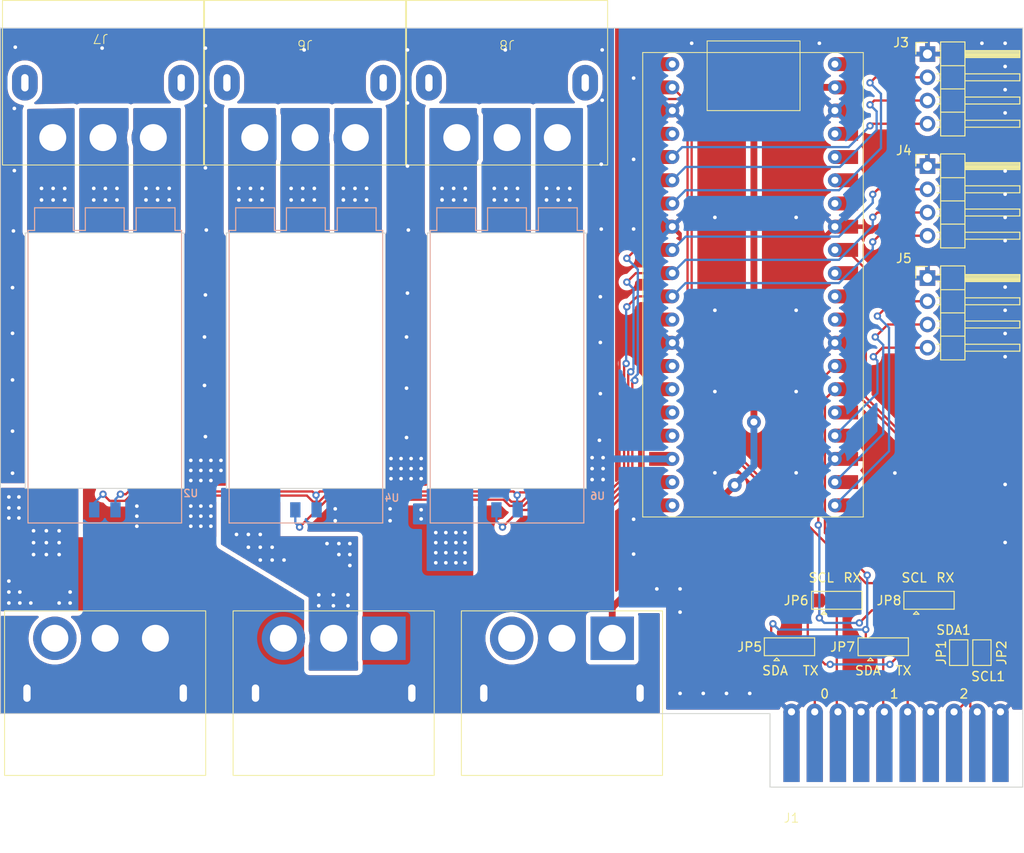
<source format=kicad_pcb>
(kicad_pcb (version 20221018) (generator pcbnew)
  (layers (0 "F.Cu" signal) (31 "B.Cu" signal) (34 "B.Paste" user) (35 "F.Paste" user) (36 "B.SilkS" user "B.Silkscreen") (37 "F.SilkS" user "F.Silkscreen") (38 "B.Mask" user) (39 "F.Mask" user) (44 "Edge.Cuts" user))
  (net 0 "")
  (net 3 "/12v1")
  (net 4 "/5v")
  (net 5 "/12v2")
  (net 6 "/12v3")
  (net 7 "Net-(J3-Pin_2)")
  (net 8 "Net-(J3-Pin_3)")
  (net 9 "Net-(J3-Pin_4)")
  (net 10 "/sGP6")
  (net 11 "/sGP7")
  (net 12 "/sGP8")
  (net 13 "Net-(J5-Pin_2)")
  (net 14 "Net-(J5-Pin_3)")
  (net 15 "Net-(J5-Pin_4)")
  (net 16 "GND")
  (net 17 "TX0")
  (net 18 "RX0")
  (net 28 "SDA0")
  (net 29 "SCL0")
  (net 32 "SDA1")
  (net 33 "SCL1")
  (net 39 "sGND")
  (net 40 "TX0{slash}SDA0")
  (net 41 "RX0{slash}SCL0")
  (net 42 "TX1{slash}SDA1")
  (net 43 "RX1{slash}SCL1")
  (net 44 "Net-(J1-TX2{slash}SDA2)")
  (net 45 "Net-(J1-RX2{slash}SCL2)")
  (net 46 "Net-(J7-A)")
  (net 47 "Net-(J7-B)")
  (net 48 "Net-(J7-C)")
  (net 49 "Net-(J6-A)")
  (net 50 "Net-(J6-B)")
  (net 51 "Net-(J6-C)")
  (net 52 "Net-(J8-A)")
  (net 53 "Net-(J8-B)")
  (net 54 "Net-(J8-C)")
  (footprint "Jumper:SolderJumper-2_P1.3mm_Open_Pad1.0x1.5mm" (layer "F.Cu") (at 193.04 93.33 90)
    (fp_text reference "JP2")
    (fp_text value "SolderJumper_2_Open" hide)
  )
  (footprint "2024-backplane:MR60PW-M" (layer "F.Cu") (at 96.901 36.988 180)
    (fp_text reference "J7")
    (fp_text value "~")
  )
  (footprint "Jumper:SolderJumper-3_P2.0mm_Open_TrianglePad1.0x1.5mm" (layer "F.Cu") (at 171.99 92.71)
    (fp_text reference "JP5")
    (fp_text value "SolderJumper_3_Open" hide)
  )
  (footprint "Connector_PinHeader_2.54mm:PinHeader_1x04_P2.54mm_Horizontal" (layer "F.Cu") (at 187.085 27.855)
    (fp_text reference "J3")
    (fp_text value "Conn_01x04_Pin" hide)
  )
  (footprint "Kelpie_Default:ESP32-S3-Pico" (layer "F.Cu") (at 169.335 44.196)
    (fp_text reference "U7" hide)
    (fp_text value "~" hide)
  )
  (footprint "Jumper:SolderJumper-3_P2.0mm_Open_TrianglePad1.0x1.5mm" (layer "F.Cu") (at 182.245 92.71)
    (fp_text reference "JP7")
    (fp_text value "SolderJumper_3_Open" hide)
  )
  (footprint "Jumper:SolderJumper-3_P2.0mm_Open_TrianglePad1.0x1.5mm" (layer "F.Cu") (at 177.165 87.63)
    (fp_text reference "JP6")
    (fp_text value "SolderJumper_3_Open" hide)
  )
  (footprint "2024-backplane:MR60PW-M_X3" (layer "F.Cu") (at 122.13 91.76)
    (fp_text reference "J2" hide)
    (fp_text value "~" hide)
  )
  (footprint "2024-backplane:CardEdge_2x10" (layer "F.Cu") (at 172.212 103.802)
    (fp_text reference "J1")
    (fp_text value "~")
  )
  (footprint "Jumper:SolderJumper-2_P1.3mm_Open_Pad1.0x1.5mm" (layer "F.Cu") (at 190.5 93.33 90)
    (fp_text reference "JP1")
    (fp_text value "SolderJumper_2_Open" hide)
  )
  (footprint "Jumper:SolderJumper-3_P2.0mm_Open_TrianglePad1.0x1.5mm" (layer "F.Cu") (at 187.255 87.63)
    (fp_text reference "JP8")
    (fp_text value "SolderJumper_3_Open" hide)
  )
  (footprint "Connector_PinHeader_2.54mm:PinHeader_1x04_P2.54mm_Horizontal" (layer "F.Cu") (at 187.085 52.355)
    (fp_text reference "J5")
    (fp_text value "Conn_01x04_Pin" hide)
  )
  (footprint "Connector_PinHeader_2.54mm:PinHeader_1x04_P2.54mm_Horizontal" (layer "F.Cu") (at 187.085 40.105)
    (fp_text reference "J4")
    (fp_text value "Conn_01x04_Pin" hide)
  )
  (footprint "2024-backplane:MR60PW-M" (layer "F.Cu") (at 118.999 36.988 180)
    (fp_text reference "J6")
    (fp_text value "~")
  )
  (footprint "2024-backplane:MR60PW-M" (layer "F.Cu") (at 141.097 36.988 180)
    (fp_text reference "J8")
    (fp_text value "~")
  )
  (footprint "ESC-carrier:ESC" (layer "B.Cu") (at 110.69325 79.14675 90)
    (fp_text reference "U4")
    (fp_text value "ESC" hide)
  )
  (footprint "ESC-carrier:ESC" (layer "B.Cu") (at 132.69325 79.14675 90)
    (fp_text reference "U6")
    (fp_text value "ESC" hide)
  )
  (footprint "ESC-carrier:ESC" (layer "B.Cu") (at 88.69325 79.14675 90)
    (fp_text reference "U2")
    (fp_text value "ESC" hide)
  )
  (gr_line (start 127.756 47.42) (end 127.756 75.36) (stroke (width 0.1)) (layer "Edge.Cuts"))
  (gr_line (start 105.756 75.36) (end 105.656 75.36) (stroke (width 0.1)) (layer "Edge.Cuts"))
  (gr_line (start 88.384 75.36) (end 88.384 47.42) (stroke (width 0.1)) (layer "Edge.Cuts"))
  (gr_line (start 88.384 47.42) (end 105.756 47.42) (stroke (width 0.1)) (layer "Edge.Cuts"))
  (gr_line (start 105.756 47.42) (end 105.756 75.36) (stroke (width 0.1)) (layer "Edge.Cuts"))
  (gr_line (start 132.384 47.42) (end 149.756 47.42) (stroke (width 0.1)) (layer "Edge.Cuts"))
  (gr_line (start 110.384 75.36) (end 110.384 47.42) (stroke (width 0.1)) (layer "Edge.Cuts"))
  (gr_line (start 197.5 108.042) (end 169.86 108.042) (stroke (width 0.1)) (layer "Edge.Cuts"))
  (gr_line (start 197.5 108.042) (end 197.5 100) (stroke (width 0.1)) (layer "Edge.Cuts"))
  (gr_line (start 149.756 75.36) (end 132.384 75.36) (stroke (width 0.1)) (layer "Edge.Cuts"))
  (gr_line (start 110.384 47.42) (end 127.756 47.42) (stroke (width 0.1)) (layer "Edge.Cuts"))
  (gr_line (start 85.68 100) (end 85.68 25) (stroke (width 0.1)) (layer "Edge.Cuts"))
  (gr_line (start 85.68 25) (end 197.5 25) (stroke (width 0.1)) (layer "Edge.Cuts"))
  (gr_line (start 132.384 75.36) (end 132.384 47.42) (stroke (width 0.1)) (layer "Edge.Cuts"))
  (gr_line (start 149.756 47.42) (end 149.756 75.36) (stroke (width 0.1)) (layer "Edge.Cuts"))
  (gr_line (start 105.656 75.36) (end 88.384 75.36) (stroke (width 0.1)) (layer "Edge.Cuts"))
  (gr_line (start 127.756 75.36) (end 110.384 75.36) (stroke (width 0.1)) (layer "Edge.Cuts"))
  (gr_line (start 169.86 100) (end 85.68 100) (stroke (width 0.1)) (layer "Edge.Cuts"))
  (gr_line (start 197.5 100) (end 197.5 25) (stroke (width 0.1)) (layer "Edge.Cuts"))
  (gr_line (start 169.86 108.042) (end 169.86 100) (stroke (width 0.1)) (layer "Edge.Cuts"))
  (gr_text "SDA1" (at 187.96 91.44) (layer "F.SilkS") (effects (font (size 1 1)) (justify left bottom)))
  (gr_text "RX\n" (at 177.8 85.725) (layer "F.SilkS") (effects (font (size 1 1)) (justify left bottom)))
  (gr_text "TX" (at 173.355 95.885) (layer "F.SilkS") (effects (font (size 1 1)) (justify left bottom)))
  (gr_text "SCL\n" (at 184.15 85.725) (layer "F.SilkS") (effects (font (size 1 1)) (justify left bottom)))
  (gr_text "RX\n" (at 187.96 85.725) (layer "F.SilkS") (effects (font (size 1 1)) (justify left bottom)))
  (gr_text "TX" (at 183.515 95.885) (layer "F.SilkS") (effects (font (size 1 1)) (justify left bottom)))
  (gr_text "SCL1\n" (at 191.77 96.52) (layer "F.SilkS") (effects (font (size 1 1)) (justify left bottom)))
  (gr_text "0\n" (at 175.26 98.425) (layer "F.SilkS") (effects (font (size 1 1)) (justify left bottom)))
  (gr_text "2" (at 190.5 98.425) (layer "F.SilkS") (effects (font (size 1 1)) (justify left bottom)))
  (gr_text "SDA" (at 179.07 95.885) (layer "F.SilkS") (effects (font (size 1 1)) (justify left bottom)))
  (gr_text "SCL" (at 173.99 85.725) (layer "F.SilkS") (effects (font (size 1 1)) (justify left bottom)))
  (gr_text "SDA" (at 168.91 95.885) (layer "F.SilkS") (effects (font (size 1 1)) (justify left bottom)))
  (gr_text "1" (at 182.88 98.425) (layer "F.SilkS") (effects (font (size 1 1)) (justify left bottom)))
  (via (at 89 87.9) (size 0.8) (drill 0.4) (layers "F.Cu" "B.Cu") (net 3))
  (via (at 92.1 81.3) (size 0.8) (drill 0.4) (layers "F.Cu" "B.Cu") (net 3))
  (via (at 90.7 81.3) (size 0.8) (drill 0.4) (layers "F.Cu" "B.Cu") (net 3))
  (via (at 89.3 80) (size 0.8) (drill 0.4) (layers "F.Cu" "B.Cu") (net 3))
  (via (at 86.6 76.3) (size 0.8) (drill 0.4) (layers "F.Cu" "B.Cu") (net 3))
  (via (at 92.1 87.9) (size 0.8) (drill 0.4) (layers "F.Cu" "B.Cu") (net 3))
  (via (at 86.6 78.6) (size 0.8) (drill 0.4) (layers "F.Cu" "B.Cu") (net 3))
  (via (at 93.3 86.7) (size 0.8) (drill 0.4) (layers "F.Cu" "B.Cu") (net 3))
  (via (at 87.7 78.6) (size 0.8) (drill 0.4) (layers "F.Cu" "B.Cu") (net 3))
  (via (at 90.7 82.6) (size 0.8) (drill 0.4) (layers "F.Cu" "B.Cu") (net 3))
  (via (at 86.6 77.5) (size 0.8) (drill 0.4) (layers "F.Cu" "B.Cu") (net 3))
  (via (at 86.6 85.5) (size 0.8) (drill 0.4) (layers "F.Cu" "B.Cu") (net 3))
  (via (at 87.7 77.5) (size 0.8) (drill 0.4) (layers "F.Cu" "B.Cu") (net 3))
  (via (at 89.3 81.3) (size 0.8) (drill 0.4) (layers "F.Cu" "B.Cu") (net 3))
  (via (at 87.7 76.3) (size 0.8) (drill 0.4) (layers "F.Cu" "B.Cu") (net 3))
  (via (at 86.6 87.9) (size 0.8) (drill 0.4) (layers "F.Cu" "B.Cu") (net 3))
  (via (at 89.3 82.6) (size 0.8) (drill 0.4) (layers "F.Cu" "B.Cu") (net 3))
  (via (at 87.8 87.9) (size 0.8) (drill 0.4) (layers "F.Cu" "B.Cu") (net 3))
  (via (at 90.7 80) (size 0.8) (drill 0.4) (layers "F.Cu" "B.Cu") (net 3))
  (via (at 92.1 80) (size 0.8) (drill 0.4) (layers "F.Cu" "B.Cu") (net 3))
  (via (at 87.8 86.7) (size 0.8) (drill 0.4) (layers "F.Cu" "B.Cu") (net 3))
  (via (at 86.6 86.7) (size 0.8) (drill 0.4) (layers "F.Cu" "B.Cu") (net 3))
  (via (at 93.3 87.9) (size 0.8) (drill 0.4) (layers "F.Cu" "B.Cu") (net 3))
  (via (at 92.1 82.6) (size 0.8) (drill 0.4) (layers "F.Cu" "B.Cu") (net 3))
  (segment (start 152.6 91.76) (end 152.6 88.4) (width 0.75) (layer "F.Cu") (net 4))
  (segment (start 168.1 68.1) (end 168.1 36.1) (width 0.75) (layer "F.Cu") (net 4))
  (segment (start 168.1 36.1) (end 172.704 31.496) (width 0.75) (layer "F.Cu") (net 4))
  (segment (start 152.6 88.4) (end 166 75) (width 0.75) (layer "F.Cu") (net 4))
  (segment (start 172.704 31.496) (end 176.955 31.496) (width 0.75) (layer "F.Cu") (net 4))
  (via (at 166 75) (size 1.524) (drill 0.762) (layers "F.Cu" "B.Cu") (net 4))
  (via (at 168.1 68.1) (size 1.524) (drill 0.762) (layers "F.Cu" "B.Cu") (net 4))
  (segment (start 168.1 72.9) (end 168.1 68.1) (width 0.75) (layer "B.Cu") (net 4))
  (segment (start 166 75) (end 168.1 72.9) (width 0.75) (layer "B.Cu") (net 4))
  (via (at 121.4 81.4) (size 0.8) (drill 0.4) (layers "F.Cu" "B.Cu") (net 5))
  (via (at 115.4 83.2) (size 0.8) (drill 0.4) (layers "F.Cu" "B.Cu") (net 5))
  (via (at 123.7 88.2) (size 0.8) (drill 0.4) (layers "F.Cu" "B.Cu") (net 5))
  (via (at 120.5 87) (size 0.8) (drill 0.4) (layers "F.Cu" "B.Cu") (net 5))
  (via (at 122.7 81.4) (size 0.8) (drill 0.4) (layers "F.Cu" "B.Cu") (net 5))
  (via (at 111.5 80.4) (size 0.8) (drill 0.4) (layers "F.Cu" "B.Cu") (net 5))
  (via (at 123.9 83.8) (size 0.8) (drill 0.4) (layers "F.Cu" "B.Cu") (net 5))
  (via (at 116.7 83.2) (size 0.8) (drill 0.4) (layers "F.Cu" "B.Cu") (net 5))
  (via (at 114.1 80.4) (size 0.8) (drill 0.4) (layers "F.Cu" "B.Cu") (net 5))
  (via (at 122.1 87) (size 0.8) (drill 0.4) (layers "F.Cu" "B.Cu") (net 5))
  (via (at 114.1 83.2) (size 0.8) (drill 0.4) (layers "F.Cu" "B.Cu") (net 5))
  (via (at 112.8 81.8) (size 0.8) (drill 0.4) (layers "F.Cu" "B.Cu") (net 5))
  (via (at 120.5 88.2) (size 0.8) (drill 0.4) (layers "F.Cu" "B.Cu") (net 5))
  (via (at 123.7 87) (size 0.8) (drill 0.4) (layers "F.Cu" "B.Cu") (net 5))
  (via (at 112.8 80.4) (size 0.8) (drill 0.4) (layers "F.Cu" "B.Cu") (net 5))
  (via (at 122.7 82.6) (size 0.8) (drill 0.4) (layers "F.Cu" "B.Cu") (net 5))
  (via (at 115.4 81.8) (size 0.8) (drill 0.4) (layers "F.Cu" "B.Cu") (net 5))
  (via (at 122.1 88.2) (size 0.8) (drill 0.4) (layers "F.Cu" "B.Cu") (net 5))
  (via (at 123.9 82.6) (size 0.8) (drill 0.4) (layers "F.Cu" "B.Cu") (net 5))
  (via (at 114.1 81.8) (size 0.8) (drill 0.4) (layers "F.Cu" "B.Cu") (net 5))
  (via (at 123.9 81.4) (size 0.8) (drill 0.4) (layers "F.Cu" "B.Cu") (net 5))
  (via (at 135.5 80.2) (size 0.8) (drill 0.4) (layers "F.Cu" "B.Cu") (net 6))
  (via (at 136.5 83.5) (size 0.8) (drill 0.4) (layers "F.Cu" "B.Cu") (net 6))
  (via (at 133.3 83.5) (size 0.8) (drill 0.4) (layers "F.Cu" "B.Cu") (net 6))
  (via (at 133.3 80.2) (size 0.8) (drill 0.4) (layers "F.Cu" "B.Cu") (net 6))
  (via (at 134.4 80.2) (size 0.8) (drill 0.4) (layers "F.Cu" "B.Cu") (net 6))
  (via (at 135.5 81.3) (size 0.8) (drill 0.4) (layers "F.Cu" "B.Cu") (net 6))
  (via (at 134.4 81.3) (size 0.8) (drill 0.4) (layers "F.Cu" "B.Cu") (net 6))
  (via (at 136.5 82.4) (size 0.8) (drill 0.4) (layers "F.Cu" "B.Cu") (net 6))
  (via (at 135.5 83.5) (size 0.8) (drill 0.4) (layers "F.Cu" "B.Cu") (net 6))
  (via (at 133.3 81.3) (size 0.8) (drill 0.4) (layers "F.Cu" "B.Cu") (net 6))
  (via (at 133.3 82.4) (size 0.8) (drill 0.4) (layers "F.Cu" "B.Cu") (net 6))
  (via (at 136.5 80.2) (size 0.8) (drill 0.4) (layers "F.Cu" "B.Cu") (net 6))
  (via (at 134.4 82.4) (size 0.8) (drill 0.4) (layers "F.Cu" "B.Cu") (net 6))
  (via (at 136.5 81.3) (size 0.8) (drill 0.4) (layers "F.Cu" "B.Cu") (net 6))
  (via (at 131.7 77.7) (size 0.8) (drill 0.4) (layers "F.Cu" "B.Cu") (net 6))
  (via (at 134.4 83.5) (size 0.8) (drill 0.4) (layers "F.Cu" "B.Cu") (net 6))
  (via (at 135.5 82.4) (size 0.8) (drill 0.4) (layers "F.Cu" "B.Cu") (net 6))
  (via (at 131.7 78.7) (size 0.8) (drill 0.4) (layers "F.Cu" "B.Cu") (net 6))
  (segment (start 180.8 31) (end 181.405 30.395) (width 0.25) (layer "F.Cu") (net 7))
  (segment (start 181.405 30.395) (end 187.085 30.395) (width 0.25) (layer "F.Cu") (net 7))
  (via (at 180.8 31) (size 0.8) (drill 0.4) (layers "F.Cu" "B.Cu") (net 7))
  (segment (start 160.628 42.743) (end 159.175 44.196) (width 0.25) (layer "B.Cu") (net 7))
  (segment (start 177.405251 42.743) (end 160.628 42.743) (width 0.25) (layer "B.Cu") (net 7))
  (segment (start 182 38.148251) (end 177.405251 42.743) (width 0.25) (layer "B.Cu") (net 7))
  (segment (start 180.8 31) (end 182 32.2) (width 0.25) (layer "B.Cu") (net 7))
  (segment (start 182 32.2) (end 182 38.148251) (width 0.25) (layer "B.Cu") (net 7))
  (segment (start 180.8 33.4) (end 181.265 32.935) (width 0.25) (layer "F.Cu") (net 8))
  (segment (start 181.265 32.935) (end 187.085 32.935) (width 0.25) (layer "F.Cu") (net 8))
  (via (at 180.8 33.4) (size 0.8) (drill 0.4) (layers "F.Cu" "B.Cu") (net 8))
  (segment (start 160.628 40.203) (end 177.497 40.203) (width 0.25) (layer "B.Cu") (net 8))
  (segment (start 177.497 40.203) (end 181.525 36.175) (width 0.25) (layer "B.Cu") (net 8))
  (segment (start 181.525 36.175) (end 181.525 34.125) (width 0.25) (layer "B.Cu") (net 8))
  (segment (start 181.525 34.125) (end 180.8 33.4) (width 0.25) (layer "B.Cu") (net 8))
  (segment (start 159.175 41.656) (end 160.628 40.203) (width 0.25) (layer "B.Cu") (net 8))
  (segment (start 181.025 35.475) (end 187.085 35.475) (width 0.25) (layer "F.Cu") (net 9))
  (segment (start 180.8 35.7) (end 181.025 35.475) (width 0.25) (layer "F.Cu") (net 9))
  (via (at 180.8 35.7) (size 0.8) (drill 0.4) (layers "F.Cu" "B.Cu") (net 9))
  (segment (start 160.262 38.029) (end 178.471 38.029) (width 0.25) (layer "B.Cu") (net 9))
  (segment (start 159.175 39.116) (end 160.262 38.029) (width 0.25) (layer "B.Cu") (net 9))
  (segment (start 178.471 38.029) (end 180.8 35.7) (width 0.25) (layer "B.Cu") (net 9))
  (segment (start 181.1 43.2) (end 181.655 42.645) (width 0.25) (layer "F.Cu") (net 10))
  (segment (start 142.8 77.725) (end 143.325 77.725) (width 0.25) (layer "F.Cu") (net 10))
  (segment (start 155.124 49.276) (end 157.905 49.276) (width 0.25) (layer "F.Cu") (net 10))
  (segment (start 154.2 50.2) (end 155.124 49.276) (width 0.25) (layer "F.Cu") (net 10))
  (segment (start 154.704594 75.204594) (end 154.8 75.109188) (width 0.25) (layer "F.Cu") (net 10))
  (segment (start 154.8 63.825463) (end 155.075 63.550463) (width 0.25) (layer "F.Cu") (net 10))
  (segment (start 154.8 64) (end 154.8 63.825463) (width 0.25) (layer "F.Cu") (net 10))
  (segment (start 154.8 75.109188) (end 154.8 64) (width 0.25) (layer "F.Cu") (net 10))
  (segment (start 152.759188 77.15) (end 154.704594 75.204594) (width 0.25) (layer "F.Cu") (net 10))
  (segment (start 142.475 77.725) (end 142.8 77.725) (width 0.25) (layer "F.Cu") (net 10))
  (segment (start 140.6 79.6) (end 142.475 77.725) (width 0.25) (layer "F.Cu") (net 10))
  (segment (start 143.9 77.15) (end 152.759188 77.15) (width 0.25) (layer "F.Cu") (net 10))
  (segment (start 143.325 77.725) (end 143.9 77.15) (width 0.25) (layer "F.Cu") (net 10))
  (segment (start 181.655 42.645) (end 187.085 42.645) (width 0.25) (layer "F.Cu") (net 10))
  (via (at 140.6 79.6) (size 0.8) (drill 0.4) (layers "F.Cu" "B.Cu") (net 10))
  (via (at 181.1 43.2) (size 0.8) (drill 0.4) (layers "F.Cu" "B.Cu") (net 10))
  (via (at 154.2 50.2) (size 0.8) (drill 0.4) (layers "F.Cu" "B.Cu") (net 10))
  (via (at 155.075 63.550463) (size 0.8) (drill 0.4) (layers "F.Cu" "B.Cu") (net 10))
  (segment (start 154.705304 63.550463) (end 155.4 62.855767) (width 0.25) (layer "B.Cu") (net 10))
  (segment (start 155.075 63.550463) (end 154.705304 63.550463) (width 0.25) (layer "B.Cu") (net 10))
  (segment (start 155.4 53.9) (end 155.4 51.4) (width 0.25) (layer "B.Cu") (net 10))
  (segment (start 160.628 47.823) (end 159.175 49.276) (width 0.25) (layer "B.Cu") (net 10))
  (segment (start 155.4 62.855767) (end 155.4 53.9) (width 0.25) (layer "B.Cu") (net 10))
  (segment (start 155.4 51.4) (end 154.2 50.2) (width 0.25) (layer "B.Cu") (net 10))
  (segment (start 177.405251 47.823) (end 160.628 47.823) (width 0.25) (layer "B.Cu") (net 10))
  (segment (start 139.93325 77.70675) (end 139.93325 78.93325) (width 0.25) (layer "B.Cu") (net 10))
  (segment (start 181.1 44.128251) (end 177.405251 47.823) (width 0.25) (layer "B.Cu") (net 10))
  (segment (start 181.1 43.2) (end 181.1 44.128251) (width 0.25) (layer "B.Cu") (net 10))
  (segment (start 139.93325 78.93325) (end 140.6 79.6) (width 0.25) (layer "B.Cu") (net 10))
  (segment (start 181.615 45.185) (end 187.085 45.185) (width 0.25) (layer "F.Cu") (net 11))
  (segment (start 141.388604 77.275) (end 142.911396 77.275) (width 0.25) (layer "F.Cu") (net 11))
  (segment (start 123.6 76.6) (end 129.5 76.6) (width 0.25) (layer "F.Cu") (net 11))
  (segment (start 154.35 74.922792) (end 154.35 63.1) (width 0.25) (layer "F.Cu") (net 11))
  (segment (start 140.713604 76.6) (end 141.388604 77.275) (width 0.25) (layer "F.Cu") (net 11))
  (segment (start 145.6 76.7) (end 152.572792 76.7) (width 0.25) (layer "F.Cu") (net 11))
  (segment (start 143.486396 76.7) (end 145.6 76.7) (width 0.25) (layer "F.Cu") (net 11))
  (segment (start 152.572792 76.7) (end 154.35 74.922792) (width 0.25) (layer "F.Cu") (net 11))
  (segment (start 142.911396 77.275) (end 143.443198 76.743198) (width 0.25) (layer "F.Cu") (net 11))
  (segment (start 155.184 51.816) (end 157.905 51.816) (width 0.25) (layer "F.Cu") (net 11))
  (segment (start 129.5 76.6) (end 140.713604 76.6) (width 0.25) (layer "F.Cu") (net 11))
  (segment (start 154.35 62.880462) (end 154.625 62.605462) (width 0.25) (layer "F.Cu") (net 11))
  (segment (start 154.35 63.1) (end 154.35 62.880462) (width 0.25) (layer "F.Cu") (net 11))
  (segment (start 181.1 45.7) (end 181.615 45.185) (width 0.25) (layer "F.Cu") (net 11))
  (segment (start 121.4 76.6) (end 123.6 76.6) (width 0.25) (layer "F.Cu") (net 11))
  (segment (start 118.4 79.6) (end 121.4 76.6) (width 0.25) (layer "F.Cu") (net 11))
  (segment (start 143.443198 76.743198) (end 143.486396 76.7) (width 0.25) (layer "F.Cu") (net 11))
  (segment (start 154.2 52.8) (end 155.184 51.816) (width 0.25) (layer "F.Cu") (net 11))
  (via (at 154.625 62.605462) (size 0.8) (drill 0.4) (layers "F.Cu" "B.Cu") (net 11))
  (via (at 118.4 79.6) (size 0.8) (drill 0.4) (layers "F.Cu" "B.Cu") (net 11))
  (via (at 154.2 52.8) (size 0.8) (drill 0.4) (layers "F.Cu" "B.Cu") (net 11))
  (via (at 181.1 45.7) (size 0.8) (drill 0.4) (layers "F.Cu" "B.Cu") (net 11))
  (segment (start 159.175 51.816) (end 160.628 50.363) (width 0.25) (layer "B.Cu") (net 11))
  (segment (start 117.93325 79.13325) (end 118.4 79.6) (width 0.25) (layer "B.Cu") (net 11))
  (segment (start 154.2 52.8) (end 154.925 53.525) (width 0.25) (layer "B.Cu") (net 11))
  (segment (start 177.405251 50.363) (end 181.1 46.668251) (width 0.25) (layer "B.Cu") (net 11))
  (segment (start 154.925 53.525) (end 154.925 62.305462) (width 0.25) (layer "B.Cu") (net 11))
  (segment (start 160.628 50.363) (end 177.405251 50.363) (width 0.25) (layer "B.Cu") (net 11))
  (segment (start 181.1 46.668251) (end 181.1 45.7) (width 0.25) (layer "B.Cu") (net 11))
  (segment (start 154.925 62.305462) (end 154.625 62.605462) (width 0.25) (layer "B.Cu") (net 11))
  (segment (start 117.93325 77.70675) (end 117.93325 79.13325) (width 0.25) (layer "B.Cu") (net 11))
  (segment (start 144.6 76.25) (end 152.386396 76.25) (width 0.25) (layer "F.Cu") (net 12))
  (segment (start 119.875 76.825) (end 120.525 76.825) (width 0.25) (layer "F.Cu") (net 12))
  (segment (start 120.525 76.825) (end 121.2 76.15) (width 0.25) (layer "F.Cu") (net 12))
  (segment (start 119.2 76.15) (end 119.875 76.825) (width 0.25) (layer "F.Cu") (net 12))
  (segment (start 181.775 47.725) (end 187.085 47.725) (width 0.25) (layer "F.Cu") (net 12))
  (segment (start 141.575 76.825) (end 142.725 76.825) (width 0.25) (layer "F.Cu") (net 12))
  (segment (start 140.9 76.15) (end 141.575 76.825) (width 0.25) (layer "F.Cu") (net 12))
  (segment (start 99.886396 76.15) (end 119.2 76.15) (width 0.25) (layer "F.Cu") (net 12))
  (segment (start 143.3 76.25) (end 144.6 76.25) (width 0.25) (layer "F.Cu") (net 12))
  (segment (start 155.344 54.356) (end 157.905 54.356) (width 0.25) (layer "F.Cu") (net 12))
  (segment (start 99.311396 76.725) (end 99.85 76.186396) (width 0.25) (layer "F.Cu") (net 12))
  (segment (start 97.625 76.725) (end 99.311396 76.725) (width 0.25) (layer "F.Cu") (net 12))
  (segment (start 96.9 76) (end 97.625 76.725) (width 0.25) (layer "F.Cu") (net 12))
  (segment (start 121.2 76.15) (end 140.9 76.15) (width 0.25) (layer "F.Cu") (net 12))
  (segment (start 181.1 48.4) (end 181.775 47.725) (width 0.25) (layer "F.Cu") (net 12))
  (segment (start 152.386396 76.25) (end 153.9 74.736396) (width 0.25) (layer "F.Cu") (net 12))
  (segment (start 154.2 55.5) (end 155.344 54.356) (width 0.25) (layer "F.Cu") (net 12))
  (segment (start 99.85 76.186396) (end 99.886396 76.15) (width 0.25) (layer "F.Cu") (net 12))
  (segment (start 153.9 61.925) (end 154.125 61.7) (width 0.25) (layer "F.Cu") (net 12))
  (segment (start 153.9 74.736396) (end 153.9 62.4) (width 0.25) (layer "F.Cu") (net 12))
  (segment (start 153.9 62.4) (end 153.9 61.925) (width 0.25) (layer "F.Cu") (net 12))
  (segment (start 142.725 76.825) (end 143.3 76.25) (width 0.25) (layer "F.Cu") (net 12))
  (via (at 154.125 61.7) (size 0.8) (drill 0.4) (layers "F.Cu" "B.Cu") (net 12))
  (via (at 181.1 48.4) (size 0.8) (drill 0.4) (layers "F.Cu" "B.Cu") (net 12))
  (via (at 154.2 55.5) (size 0.8) (drill 0.4) (layers "F.Cu" "B.Cu") (net 12))
  (via (at 96.9 76) (size 0.8) (drill 0.4) (layers "F.Cu" "B.Cu") (net 12))
  (segment (start 95.93325 77.70675) (end 95.93325 76.96675) (width 0.25) (layer "B.Cu") (net 12))
  (segment (start 181.1 49.208251) (end 181.1 48.4) (width 0.25) (layer "B.Cu") (net 12))
  (segment (start 154.2 55.5) (end 154.125 55.575) (width 0.25) (layer "B.Cu") (net 12))
  (segment (start 160.628 52.903) (end 177.405251 52.903) (width 0.25) (layer "B.Cu") (net 12))
  (segment (start 177.405251 52.903) (end 181.1 49.208251) (width 0.25) (layer "B.Cu") (net 12))
  (segment (start 159.175 54.356) (end 160.628 52.903) (width 0.25) (layer "B.Cu") (net 12))
  (segment (start 154.125 55.575) (end 154.125 61.7) (width 0.25) (layer "B.Cu") (net 12))
  (segment (start 95.93325 76.96675) (end 96.9 76) (width 0.25) (layer "B.Cu") (net 12))
  (segment (start 181.61 56.515) (end 183.23 54.895) (width 0.25) (layer "F.Cu") (net 13))
  (segment (start 183.23 54.895) (end 187.085 54.895) (width 0.25) (layer "F.Cu") (net 13))
  (via (at 181.61 56.515) (size 0.8) (drill 0.4) (layers "F.Cu" "B.Cu") (net 13))
  (segment (start 181.61 56.515) (end 182.88 57.785) (width 0.25) (layer "B.Cu") (net 13))
  (segment (start 182.88 57.785) (end 182.88 71.291) (width 0.25) (layer "B.Cu") (net 13))
  (segment (start 182.88 71.291) (end 176.955 77.216) (width 0.25) (layer "B.Cu") (net 13))
  (segment (start 181.375 58.8) (end 182.74 57.435) (width 0.25) (layer "F.Cu") (net 14))
  (segment (start 182.74 57.435) (end 187.085 57.435) (width 0.25) (layer "F.Cu") (net 14))
  (via (at 181.375 58.8) (size 0.8) (drill 0.4) (layers "F.Cu" "B.Cu") (net 14))
  (segment (start 182.245 69.386) (end 176.955 74.676) (width 0.25) (layer "B.Cu") (net 14))
  (segment (start 181.375 58.8) (end 182.245 59.67) (width 0.25) (layer "B.Cu") (net 14))
  (segment (start 182.245 59.67) (end 182.245 69.386) (width 0.25) (layer "B.Cu") (net 14))
  (segment (start 182.155 59.975) (end 187.085 59.975) (width 0.25) (layer "F.Cu") (net 15))
  (segment (start 181.17 60.96) (end 182.155 59.975) (width 0.25) (layer "F.Cu") (net 15))
  (via (at 181.17 60.96) (size 0.8) (drill 0.4) (layers "F.Cu" "B.Cu") (net 15))
  (segment (start 181.17 60.96) (end 181.61 61.4) (width 0.25) (layer "B.Cu") (net 15))
  (segment (start 181.61 61.4) (end 181.61 64.941) (width 0.25) (layer "B.Cu") (net 15))
  (segment (start 181.61 64.941) (end 176.955 69.596) (width 0.25) (layer "B.Cu") (net 15))
  (via (at 128.3 77.6) (size 0.8) (drill 0.4) (layers "F.Cu" "B.Cu") (net 16))
  (via (at 107.6 72.3) (size 0.8) (drill 0.4) (layers "F.Cu" "B.Cu") (net 16))
  (via (at 106.5 79.5) (size 0.8) (drill 0.4) (layers "F.Cu" "B.Cu") (net 16))
  (via (at 151.6 74.4) (size 0.8) (drill 0.4) (layers "F.Cu" "B.Cu") (net 16))
  (via (at 107.6 77.3) (size 0.8) (drill 0.4) (layers "F.Cu" "B.Cu") (net 16))
  (via (at 131.7 74.3) (size 0.8) (drill 0.4) (layers "F.Cu" "B.Cu") (net 16))
  (via (at 130.6 73.2) (size 0.8) (drill 0.4) (layers "F.Cu" "B.Cu") (net 16))
  (via (at 151.3 59.4) (size 0.8) (drill 0.4) (layers "F.Cu" "B.Cu") (net 16))
  (via (at 106.5 72.3) (size 0.8) (drill 0.4) (layers "F.Cu" "B.Cu") (net 16))
  (via (at 151.6 72) (size 0.8) (drill 0.4) (layers "F.Cu" "B.Cu") (net 16))
  (via (at 130.6 72.1) (size 0.8) (drill 0.4) (layers "F.Cu" "B.Cu") (net 16))
  (via (at 106.5 78.4) (size 0.8) (drill 0.4) (layers "F.Cu" "B.Cu") (net 16))
  (via (at 87.2 33.8) (size 0.8) (drill 0.4) (layers "F.Cu" "B.Cu") (net 16))
  (via (at 128.4 72.1) (size 0.8) (drill 0.4) (layers "F.Cu" "B.Cu") (net 16))
  (via (at 109.8 73.4) (size 0.8) (drill 0.4) (layers "F.Cu" "B.Cu") (net 16))
  (via (at 87.1 47.2) (size 0.8) (drill 0.4) (layers "F.Cu" "B.Cu") (net 16))
  (via (at 108.7 73.4) (size 0.8) (drill 0.4) (layers "F.Cu" "B.Cu") (net 16))
  (via (at 108.2 47.1) (size 0.8) (drill 0.4) (layers "F.Cu" "B.Cu") (net 16))
  (via (at 140.9 27.4) (size 0.8) (drill 0.4) (layers "F.Cu" "B.Cu") (net 16))
  (via (at 130.1 64.4) (size 0.8) (drill 0.4) (layers "F.Cu" "B.Cu") (net 16))
  (via (at 87.3 27.1) (size 0.8) (drill 0.4) (layers "F.Cu" "B.Cu") (net 16))
  (via (at 122.3 78.9) (size 0.8) (drill 0.4) (layers "F.Cu" "B.Cu") (net 16))
  (via (at 106.5 73.4) (size 0.8) (drill 0.4) (layers "F.Cu" "B.Cu") (net 16))
  (via (at 108.1 33.5) (size 0.8) (drill 0.4) (layers "F.Cu" "B.Cu") (net 16))
  (via (at 107.6 73.4) (size 0.8) (drill 0.4) (layers "F.Cu" "B.Cu") (net 16))
  (via (at 130.1 69.8) (size 0.8) (drill 0.4) (layers "F.Cu" "B.Cu") (net 16))
  (via (at 87 73.7) (size 0.8) (drill 0.4) (layers "F.Cu" "B.Cu") (net 16))
  (via (at 100.6 79.5) (size 0.8) (drill 0.4) (layers "F.Cu" "B.Cu") (net 16))
  (via (at 106.5 77.3) (size 0.8) (drill 0.4) (layers "F.Cu" "B.Cu") (net 16))
  (via (at 108.1 69.7) (size 0.8) (drill 0.4) (layers "F.Cu" "B.Cu") (net 16))
  (via (at 108.7 72.3) (size 0.8) (drill 0.4) (layers "F.Cu" "B.Cu") (net 16))
  (via (at 108 58.8) (size 0.8) (drill 0.4) (layers "F.Cu" "B.Cu") (net 16))
  (via (at 151.2 70.1) (size 0.8) (drill 0.4) (layers "F.Cu" "B.Cu") (net 16))
  (via (at 109.8 72.3) (size 0.8) (drill 0.4) (layers "F.Cu" "B.Cu") (net 16))
  (via (at 151.6 73.2) (size 0.8) (drill 0.4) (layers "F.Cu" "B.Cu") (net 16))
  (via (at 87 58.4) (size 0.8) (drill 0.4) (layers "F.Cu" "B.Cu") (net 16))
  (via (at 108.1 54.2) (size 0.8) (drill 0.4) (layers "F.Cu" "B.Cu") (net 16))
  (via (at 108.7 79.5) (size 0.8) (drill 0.4) (layers "F.Cu" "B.Cu") (net 16))
  (via (at 130.6 74.3) (size 0.8) (drill 0.4) (layers "F.Cu" "B.Cu") (net 16))
  (via (at 130.2 40.1) (size 0.8) (drill 0.4) (layers "F.Cu" "B.Cu") (net 16))
  (via (at 131.7 73.2) (size 0.8) (drill 0.4) (layers "F.Cu" "B.Cu") (net 16))
  (via (at 130.1 58.8) (size 0.8) (drill 0.4) (layers "F.Cu" "B.Cu") (net 16))
  (via (at 130.3 47.1) (size 0.8) (drill 0.4) (layers "F.Cu" "B.Cu") (net 16))
  (via (at 151.4 39.9) (size 0.8) (drill 0.4) (layers "F.Cu" "B.Cu") (net 16))
  (via (at 130.2 33.2) (size 0.8) (drill 0.4) (layers "F.Cu" "B.Cu") (net 16))
  (via (at 150.4 72) (size 0.8) (drill 0.4) (layers "F.Cu" "B.Cu") (net 16))
  (via (at 130.2 54) (size 0.8) (drill 0.4) (layers "F.Cu" "B.Cu") (net 16))
  (via (at 108.7 78.4) (size 0.8) (drill 0.4) (layers "F.Cu" "B.Cu") (net 16))
  (via (at 96.8 27.2) (size 0.8) (drill 0.4) (layers "F.Cu" "B.Cu") (net 16))
  (via (at 107.6 78.4) (size 0.8) (drill 0.4) (layers "F.Cu" "B.Cu") (net 16))
  (via (at 151.5 32.9) (size 0.8) (drill 0.4) (layers "F.Cu" "B.Cu") (net 16))
  (via (at 150.4 73.2) (size 0.8) (drill 0.4) (layers "F.Cu" "B.Cu") (net 16))
  (via (at 122.3 77.6) (size 0.8) (drill 0.4) (layers "F.Cu" "B.Cu") (net 16))
  (via (at 107.6 79.5) (size 0.8) (drill 0.4) (layers "F.Cu" "B.Cu") (net 16))
  (via (at 107.6 74.5) (size 0.8) (drill 0.4) (layers "F.Cu" "B.Cu") (net 16))
  (via (at 151.3 65) (size 0.8) (drill 0.4) (layers "F.Cu" "B.Cu") (net 16))
  (via (at 118.9 27.4) (size 0.8) (drill 0.4) (layers "F.Cu" "B.Cu") (net 16))
  (via (at 108.1 27.2) (size 0.8) (drill 0.4) (layers "F.Cu" "B.Cu") (net 16))
  (via (at 100.6 77.3) (size 0.8) (drill 0.4) (layers "F.Cu" "B.Cu") (net 16))
  (via (at 129.5 72.1) (size 0.8) (drill 0.4) (layers "F.Cu" "B.Cu") (net 16))
  (via (at 150.4 74.4) (size 0.8) (drill 0.4) (layers "F.Cu" "B.Cu") (net 16))
  (via (at 87 69.1) (size 0.8) (drill 0.4) (layers "F.Cu" "B.Cu") (net 16))
  (via (at 87 53.4) (size 0.8) (drill 0.4) (layers "F.Cu" "B.Cu") (net 16))
  (via (at 129.5 73.2) (size 0.8) (drill 0.4) (layers "F.Cu" "B.Cu") (net 16))
  (via (at 128.4 73.2) (size 0.8) (drill 0.4) (layers "F.Cu" "B.Cu") (net 16))
  (via (at 100.6 78.4) (size 0.8) (drill 0.4) (layers "F.Cu" "B.Cu") (net 16))
  (via (at 151.3 54.4) (size 0.8) (drill 0.4) (layers "F.Cu" "B.Cu") (net 16))
  (via (at 108 64.1) (size 0.8) (drill 0.4) (layers "F.Cu" "B.Cu") (net 16))
  (via (at 87 63.5) (size 0.8) (drill 0.4) (layers "F.Cu" "B.Cu") (net 16))
  (via (at 151.4 47) (size 0.8) (drill 0.4) (layers "F.Cu" "B.Cu") (net 16))
  (via (at 106.5 74.5) (size 0.8) (drill 0.4) (layers "F.Cu" "B.Cu") (net 16))
  (via (at 108.7 77.3) (size 0.8) (drill 0.4) (layers "F.Cu" "B.Cu") (net 16))
  (via (at 87.2 40.6) (size 0.8) (drill 0.4) (layers "F.Cu" "B.Cu") (net 16))
  (via (at 151.5 27.4) (size 0.8) (drill 0.4) (layers "F.Cu" "B.Cu") (net 16))
  (via (at 128.4 74.3) (size 0.8) (drill 0.4) (layers "F.Cu" "B.Cu") (net 16))
  (via (at 128.3 78.9) (size 0.8) (drill 0.4) (layers "F.Cu" "B.Cu") (net 16))
  (via (at 108.7 74.5) (size 0.8) (drill 0.4) (layers "F.Cu" "B.Cu") (net 16))
  (via (at 129.5 74.3) (size 0.8) (drill 0.4) (layers "F.Cu" "B.Cu") (net 16))
  (via (at 130.2 27.4) (size 0.8) (drill 0.4) (layers "F.Cu" "B.Cu") (net 16))
  (via (at 131.7 72.1) (size 0.8) (drill 0.4) (layers "F.Cu" "B.Cu") (net 16))
  (via (at 108.1 40.3) (size 0.8) (drill 0.4) (layers "F.Cu" "B.Cu") (net 16))
  (segment (start 152.564 72.136) (end 159.175 72.136) (width 0.75) (layer "B.Cu") (net 16))
  (segment (start 151.6 73.1) (end 152.564 72.136) (width 0.75) (layer "B.Cu") (net 16))
  (segment (start 151.6 74.4) (end 151.6 73.1) (width 0.75) (layer "B.Cu") (net 16))
  (segment (start 157.905 28.956) (end 157.397 28.956) (width 0.25) (layer "F.Cu") (net 17))
  (segment (start 156.31 30.043) (end 156.31 32.583) (width 0.25) (layer "F.Cu") (net 17))
  (segment (start 159.812393 32.769789) (end 160.84 33.797396) (width 0.25) (layer "F.Cu") (net 17))
  (segment (start 157.397 28.956) (end 156.31 30.043) (width 0.25) (layer "F.Cu") (net 17))
  (segment (start 182.97 94.615) (end 184.245 93.34) (width 0.25) (layer "F.Cu") (net 17))
  (segment (start 156.496789 32.769789) (end 159.812393 32.769789) (width 0.25) (layer "F.Cu") (net 17))
  (segment (start 156.31 32.583) (end 156.496789 32.769789) (width 0.25) (layer "F.Cu") (net 17))
  (segment (start 184.245 93.34) (end 184.245 92.71) (width 0.25) (layer "F.Cu") (net 17))
  (segment (start 173.99 92.71) (end 175.895 94.615) (width 0.25) (layer "F.Cu") (net 17))
  (segment (start 160.84 66.861396) (end 173.99 80.011396) (width 0.25) (layer "F.Cu") (net 17))
  (segment (start 175.895 94.615) (end 176.44 94.615) (width 0.25) (layer "F.Cu") (net 17))
  (segment (start 160.84 33.797396) (end 160.84 66.861396) (width 0.25) (layer "F.Cu") (net 17))
  (segment (start 173.99 80.011396) (end 173.99 92.71) (width 0.25) (layer "F.Cu") (net 17))
  (via (at 182.97 94.615) (size 0.8) (drill 0.4) (layers "F.Cu" "B.Cu") (net 17))
  (via (at 176.44 94.615) (size 0.8) (drill 0.4) (layers "F.Cu" "B.Cu") (net 17))
  (segment (start 176.44 94.615) (end 182.97 94.615) (width 0.25) (layer "B.Cu") (net 17))
  (segment (start 189.255 87.02) (end 189.255 87.63) (width 0.25) (layer "F.Cu") (net 18))
  (segment (start 179.07 84.455) (end 180.34 85.725) (width 0.25) (layer "F.Cu") (net 18))
  (segment (start 180.34 85.725) (end 187.96 85.725) (width 0.25) (layer "F.Cu") (net 18))
  (segment (start 179.165 84.55) (end 179.165 87.63) (width 0.25) (layer "F.Cu") (net 18))
  (segment (start 161.29 66.675) (end 179.07 84.455) (width 0.25) (layer "F.Cu") (net 18))
  (segment (start 187.96 85.725) (end 189.255 87.02) (width 0.25) (layer "F.Cu") (net 18))
  (segment (start 179.07 84.455) (end 179.165 84.55) (width 0.25) (layer "F.Cu") (net 18))
  (segment (start 159.175 31.496) (end 161.29 33.611) (width 0.25) (layer "F.Cu") (net 18))
  (segment (start 161.29 33.611) (end 161.29 66.675) (width 0.25) (layer "F.Cu") (net 18))
  (segment (start 176.955 64.516) (end 175.868 65.603) (width 0.25) (layer "F.Cu") (net 28))
  (segment (start 175.868 65.603) (end 175.868 80.227694) (width 0.25) (layer "F.Cu") (net 28))
  (segment (start 175.868 80.227694) (end 180.490153 84.849847) (width 0.25) (layer "F.Cu") (net 28))
  (segment (start 180.34 90.805) (end 180.34 92.615) (width 0.25) (layer "F.Cu") (net 28))
  (segment (start 180.34 92.615) (end 180.245 92.71) (width 0.25) (layer "F.Cu") (net 28))
  (segment (start 169.99 90.36) (end 169.99 92.71) (width 0.25) (layer "F.Cu") (net 28))
  (segment (start 170.18 90.17) (end 169.99 90.36) (width 0.25) (layer "F.Cu") (net 28))
  (via (at 170.18 90.17) (size 0.8) (drill 0.4) (layers "F.Cu" "B.Cu") (net 28))
  (via (at 180.490153 84.849847) (size 0.8) (drill 0.4) (layers "F.Cu" "B.Cu") (net 28))
  (via (at 180.34 90.805) (size 0.8) (drill 0.4) (layers "F.Cu" "B.Cu") (net 28))
  (segment (start 180.490153 84.849847) (end 180.490153 90.654847) (width 0.25) (layer "B.Cu") (net 28))
  (segment (start 180.490153 90.654847) (end 180.34 90.805) (width 0.25) (layer "B.Cu") (net 28))
  (segment (start 170.815 90.805) (end 170.18 90.17) (width 0.25) (layer "B.Cu") (net 28))
  (segment (start 180.34 90.805) (end 170.815 90.805) (width 0.25) (layer "B.Cu") (net 28))
  (segment (start 175.143 63.788) (end 176.955 61.976) (width 0.25) (layer "F.Cu") (net 29))
  (segment (start 175.143 79.375) (end 175.143 63.788) (width 0.25) (layer "F.Cu") (net 29))
  (segment (start 185.255 87.63) (end 184.18 88.705) (width 0.25) (layer "F.Cu") (net 29))
  (segment (start 175.26 89.535) (end 175.26 87.725) (width 0.25) (layer "F.Cu") (net 29))
  (segment (start 175.26 87.725) (end 175.165 87.63) (width 0.25) (layer "F.Cu") (net 29))
  (segment (start 184.18 88.705) (end 181.007891 88.705) (width 0.25) (layer "F.Cu") (net 29))
  (segment (start 181.007891 88.705) (end 179.632891 90.08) (width 0.25) (layer "F.Cu") (net 29))
  (via (at 175.26 89.535) (size 0.8) (drill 0.4) (layers "F.Cu" "B.Cu") (net 29))
  (via (at 179.632891 90.08) (size 0.8) (drill 0.4) (layers "F.Cu" "B.Cu") (net 29))
  (via (at 175.143 79.375) (size 0.8) (drill 0.4) (layers "F.Cu" "B.Cu") (net 29))
  (segment (start 175.26 79.492) (end 175.143 79.375) (width 0.25) (layer "B.Cu") (net 29))
  (segment (start 175.26 89.535) (end 175.26 79.492) (width 0.25) (layer "B.Cu") (net 29))
  (segment (start 179.632891 90.08) (end 175.805 90.08) (width 0.25) (layer "B.Cu") (net 29))
  (segment (start 175.805 90.08) (end 175.26 89.535) (width 0.25) (layer "B.Cu") (net 29))
  (segment (start 178.733 51.816) (end 179.89 52.973) (width 0.25) (layer "F.Cu") (net 32))
  (segment (start 179.89 52.973) (end 179.89 65.591396) (width 0.25) (layer "F.Cu") (net 32))
  (segment (start 179.89 65.591396) (end 192.59 78.291396) (width 0.25) (layer "F.Cu") (net 32))
  (segment (start 192.59 78.291396) (end 192.59 88.9) (width 0.25) (layer "F.Cu") (net 32))
  (segment (start 178.225 51.816) (end 178.733 51.816) (width 0.25) (layer "F.Cu") (net 32))
  (segment (start 190.5 90.99) (end 190.5 92.68) (width 0.25) (layer "F.Cu") (net 32))
  (segment (start 192.59 88.9) (end 190.5 90.99) (width 0.25) (layer "F.Cu") (net 32))
  (segment (start 180.34 51.391) (end 180.34 65.405) (width 0.25) (layer "F.Cu") (net 33))
  (segment (start 178.225 49.276) (end 180.34 51.391) (width 0.25) (layer "F.Cu") (net 33))
  (segment (start 193.04 78.105) (end 193.04 92.68) (width 0.25) (layer "F.Cu") (net 33))
  (segment (start 180.34 65.405) (end 193.04 78.105) (width 0.25) (layer "F.Cu") (net 33))
  (segment (start 153.4 61.2) (end 155.164 59.436) (width 0.25) (layer "F.Cu") (net 39))
  (segment (start 99.7 75.7) (end 119.8 75.7) (width 0.25) (layer "F.Cu") (net 39))
  (segment (start 159.175 34.036) (end 157.126604 34.036) (width 0.25) (layer "F.Cu") (net 39))
  (segment (start 181.976 72.136) (end 183.52 73.68) (width 0.25) (layer "F.Cu") (net 39))
  (segment (start 142.5 75.8) (end 152.2 75.8) (width 0.25) (layer "F.Cu") (net 39))
  (segment (start 152.2 75.8) (end 153.4 74.6) (width 0.25) (layer "F.Cu") (net 39))
  (segment (start 98.8 76) (end 99.4 76) (width 0.25) (layer "F.Cu") (net 39))
  (segment (start 99.4 76) (end 99.7 75.7) (width 0.25) (layer "F.Cu") (net 39))
  (segment (start 142.2 76.1) (end 142.5 75.8) (width 0.25) (layer "F.Cu") (net 39))
  (segment (start 155.164 59.436) (end 157.905 59.436) (width 0.25) (layer "F.Cu") (net 39))
  (segment (start 120.6 75.7) (end 141.8 75.7) (width 0.25) (layer "F.Cu") (net 39))
  (segment (start 157.126604 34.036) (end 154.94 31.849396) (width 0.25) (layer "F.Cu") (net 39))
  (segment (start 153.4 74.6) (end 153.4 61.2) (width 0.25) (layer "F.Cu") (net 39))
  (segment (start 155.194 46.736) (end 154.94 46.99) (width 0.25) (layer "F.Cu") (net 39))
  (segment (start 159.175 46.736) (end 155.194 46.736) (width 0.25) (layer "F.Cu") (net 39))
  (segment (start 141.8 75.7) (end 142.2 76.1) (width 0.25) (layer "F.Cu") (net 39))
  (segment (start 176.955 72.136) (end 181.976 72.136) (width 0.25) (layer "F.Cu") (net 39))
  (segment (start 154.94 31.849396) (end 154.94 30.48) (width 0.25) (layer "F.Cu") (net 39))
  (segment (start 120.2 76.1) (end 120.6 75.7) (width 0.25) (layer "F.Cu") (net 39))
  (segment (start 119.8 75.7) (end 120.2 76.1) (width 0.25) (layer "F.Cu") (net 39))
  (via (at 183.52 73.68) (size 0.8) (drill 0.4) (layers "F.Cu" "B.Cu") (net 39))
  (via (at 195.58 55.88) (size 0.8) (drill 0.4) (layers "F.Cu" "B.Cu") (net 39))
  (via (at 160.02 97.79) (size 0.8) (drill 0.4) (layers "F.Cu" "B.Cu") (net 39))
  (via (at 154.94 39.37) (size 0.8) (drill 0.4) (layers "F.Cu" "B.Cu") (net 39))
  (via (at 172.72 64.77) (size 0.8) (drill 0.4) (layers "F.Cu" "B.Cu") (net 39))
  (via (at 195.58 43.18) (size 0.8) (drill 0.4) (layers "F.Cu" "B.Cu") (net 39))
  (via (at 195.58 58.42) (size 0.8) (drill 0.4) (layers "F.Cu" "B.Cu") (net 39))
  (via (at 175.26 26.67) (size 0.8) (drill 0.4) (layers "F.Cu" "B.Cu") (net 39))
  (via (at 154.94 82.55) (size 0.8) (drill 0.4) (layers "F.Cu" "B.Cu") (net 39))
  (via (at 162.56 97.79) (size 0.8) (drill 0.4) (layers "F.Cu" "B.Cu") (net 39))
  (via (at 195.58 60.96) (size 0.8) (drill 0.4) (layers "F.Cu" "B.Cu") (net 39))
  (via (at 193.04 26.67) (size 0.8) (drill 0.4) (layers "F.Cu" "B.Cu") (net 39))
  (via (at 195.58 29.21) (size 0.8) (drill 0.4) (layers "F.Cu" "B.Cu") (net 39))
  (via (at 154.94 46.99) (size 0.8) (drill 0.4) (layers "F.Cu" "B.Cu") (net 39))
  (via (at 167.64 97.79) (size 0.8) (drill 0.4) (layers "F.Cu" "B.Cu") (net 39))
  (via (at 172.72 73.66) (size 0.8) (drill 0.4) (layers "F.Cu" "B.Cu") (net 39))
  (via (at 195.58 40.64) (size 0.8) (drill 0.4) (layers "F.Cu" "B.Cu") (net 39))
  (via (at 195.58 81.28) (size 0.8) (drill 0.4) (layers "F.Cu" "B.Cu") (net 39))
  (via (at 160.02 88.9) (size 0.8) (drill 0.4) (layers "F.Cu" "B.Cu") (net 39))
  (via (at 172.72 45.72) (size 0.8) (drill 0.4) (layers "F.Cu" "B.Cu") (net 39))
  (via (at 195.58 34.29) (size 0.8) (drill 0.4) (layers "F.Cu" "B.Cu") (net 39))
  (via (at 195.58 31.75) (size 0.8) (drill 0.4) (layers "F.Cu" "B.Cu") (net 39))
  (via (at 195.58 45.72) (size 0.8) (drill 0.4) (layers "F.Cu" "B.Cu") (net 39))
  (via (at 165.1 97.79) (size 0.8) (drill 0.4) (layers "F.Cu" "B.Cu") (net 39))
  (via (at 163.83 64.77) (size 0.8) (drill 0.4) (layers "F.Cu" "B.Cu") (net 39))
  (via (at 172.72 55.88) (size 0.8) (drill 0.4) (layers "F.Cu" "B.Cu") (net 39))
  (via (at 98.8 76) (size 0.8) (drill 0.4) (layers "F.Cu" "B.Cu") (net 39))
  (via (at 195.58 74.93) (size 0.8) (drill 0.4) (layers "F.Cu" "B.Cu") (net 39))
  (via (at 154.94 30.48) (size 0.8) (drill 0.4) (layers "F.Cu" "B.Cu") (net 39))
  (via (at 157.48 86.36) (size 0.8) (drill 0.4) (layers "F.Cu" "B.Cu") (net 39))
  (via (at 161.29 26.67) (size 0.8) (drill 0.4) (layers "F.Cu" "B.Cu") (net 39))
  (via (at 195.58 48.26) (size 0.8) (drill 0.4) (layers "F.Cu" "B.Cu") (net 39))
  (via (at 160.02 86.36) (size 0.8) (drill 0.4) (layers "F.Cu" "B.Cu") (net 39))
  (via (at 142.2 76.1) (size 0.8) (drill 0.4) (layers "F.Cu" "B.Cu") (net 39))
  (via (at 195.58 53.34) (size 0.8) (drill 0.4) (layers "F.Cu" "B.Cu") (net 39))
  (via (at 163.83 45.72) (size 0.8) (drill 0.4) (layers "F.Cu" "B.Cu") (net 39))
  (via (at 163.83 73.66) (size 0.8) (drill 0.4) (layers "F.Cu" "B.Cu") (net 39))
  (via (at 163.83 55.88) (size 0.8) (drill 0.4) (layers "F.Cu" "B.Cu") (net 39))
  (via (at 120.2 76.1) (size 0.8) (drill 0.4) (layers "F.Cu" "B.Cu") (net 39))
  (via (at 195.58 26.67) (size 0.8) (drill 0.4) (layers "F.Cu" "B.Cu") (net 39))
  (via (at 154.94 78.74) (size 0.8) (drill 0.4) (layers "F.Cu" "B.Cu") (net 39))
  (segment (start 120.26325 77.70675) (end 120.26325 76.16325) (width 0.25) (layer "B.Cu") (net 39))
  (segment (start 98.26325 77.70675) (end 98.26325 76.53675) (width 0.25) (layer "B.Cu") (net 39))
  (segment (start 142.2 76.1) (end 142.2 77.6435) (width 0.25) (layer "B.Cu") (net 39))
  (segment (start 120.26325 76.16325) (end 120.2 76.1) (width 0.25) (layer "B.Cu") (net 39))
  (segment (start 142.2 77.6435) (end 142.26325 77.70675) (width 0.25) (layer "B.Cu") (net 39))
  (segment (start 98.26325 76.53675) (end 98.8 76) (width 0.25) (layer "B.Cu") (net 39))
  (segment (start 171.99 92.71) (end 171.99 94.52) (width 0.25) (layer "F.Cu") (net 40))
  (segment (start 171.99 94.52) (end 174.76 97.29) (width 0.25) (layer "F.Cu") (net 40))
  (segment (start 174.8 99.96) (end 174.76 100) (width 0.25) (layer "F.Cu") (net 40))
  (segment (start 174.76 97.29) (end 174.76 100) (width 0.25) (layer "F.Cu") (net 40))
  (segment (start 177.165 87.63) (end 177.165 99.865) (width 0.25) (layer "F.Cu") (net 41))
  (segment (start 177.165 99.865) (end 177.3 100) (width 0.25) (layer "F.Cu") (net 41))
  (segment (start 182.245 92.71) (end 182.245 99.865) (width 0.25) (layer "F.Cu") (net 42))
  (segment (start 182.245 99.865) (end 182.38 100) (width 0.25) (layer "F.Cu") (net 42))
  (segment (start 184.92 97.02) (end 184.92 100) (width 0.25) (layer "F.Cu") (net 43))
  (segment (start 187.255 94.685) (end 184.92 97.02) (width 0.25) (layer "F.Cu") (net 43))
  (segment (start 187.255 87.63) (end 187.255 94.685) (width 0.25) (layer "F.Cu") (net 43))
  (segment (start 191.135 94.615) (end 191.135 98.865) (width 0.25) (layer "F.Cu") (net 44))
  (segment (start 191.135 98.865) (end 190 100) (width 0.25) (layer "F.Cu") (net 44))
  (segment (start 190.5 93.98) (end 191.135 94.615) (width 0.25) (layer "F.Cu") (net 44))
  (segment (start 193.074792 100) (end 192.54 100) (width 0.25) (layer "F.Cu") (net 45))
  (segment (start 193.04 93.98) (end 192.405 93.98) (width 0.25) (layer "F.Cu") (net 45))
  (segment (start 191.77 94.615) (end 191.77 99.23) (width 0.25) (layer "F.Cu") (net 45))
  (segment (start 191.77 99.23) (end 192.54 100) (width 0.25) (layer "F.Cu") (net 45))
  (segment (start 192.54 100) (end 192.532 99.992) (width 0.25) (layer "F.Cu") (net 45))
  (segment (start 192.405 93.98) (end 191.77 94.615) (width 0.25) (layer "F.Cu") (net 45))
  (via (at 101.6 42.545) (size 0.8) (drill 0.4) (layers "F.Cu" "B.Cu") (net 46))
  (via (at 104.14 42.545) (size 0.8) (drill 0.4) (layers "F.Cu" "B.Cu") (net 46))
  (via (at 102.87 42.545) (size 0.8) (drill 0.4) (layers "F.Cu" "B.Cu") (net 46))
  (via (at 104.14 43.815) (size 0.8) (drill 0.4) (layers "F.Cu" "B.Cu") (net 46))
  (via (at 102.87 43.815) (size 0.8) (drill 0.4) (layers "F.Cu" "B.Cu") (net 46))
  (via (at 101.6 43.815) (size 0.8) (drill 0.4) (layers "F.Cu" "B.Cu") (net 46))
  (via (at 98.425 42.545) (size 0.8) (drill 0.4) (layers "F.Cu" "B.Cu") (net 47))
  (via (at 97.155 43.815) (size 0.8) (drill 0.4) (layers "F.Cu" "B.Cu") (net 47))
  (via (at 95.885 42.545) (size 0.8) (drill 0.4) (layers "F.Cu" "B.Cu") (net 47))
  (via (at 97.155 42.545) (size 0.8) (drill 0.4) (layers "F.Cu" "B.Cu") (net 47))
  (via (at 98.425 43.815) (size 0.8) (drill 0.4) (layers "F.Cu" "B.Cu") (net 47))
  (via (at 95.885 43.815) (size 0.8) (drill 0.4) (layers "F.Cu" "B.Cu") (net 47))
  (via (at 91.44 42.545) (size 0.8) (drill 0.4) (layers "F.Cu" "B.Cu") (net 48))
  (via (at 90.17 43.815) (size 0.8) (drill 0.4) (layers "F.Cu" "B.Cu") (net 48))
  (via (at 91.44 43.815) (size 0.8) (drill 0.4) (layers "F.Cu" "B.Cu") (net 48))
  (via (at 90.17 42.545) (size 0.8) (drill 0.4) (layers "F.Cu" "B.Cu") (net 48))
  (via (at 92.71 43.815) (size 0.8) (drill 0.4) (layers "F.Cu" "B.Cu") (net 48))
  (via (at 92.71 42.545) (size 0.8) (drill 0.4) (layers "F.Cu" "B.Cu") (net 48))
  (via (at 123.19 42.545) (size 0.8) (drill 0.4) (layers "F.Cu" "B.Cu") (net 49))
  (via (at 123.19 43.815) (size 0.8) (drill 0.4) (layers "F.Cu" "B.Cu") (net 49))
  (via (at 124.46 43.815) (size 0.8) (drill 0.4) (layers "F.Cu" "B.Cu") (net 49))
  (via (at 124.46 42.545) (size 0.8) (drill 0.4) (layers "F.Cu" "B.Cu") (net 49))
  (via (at 125.73 42.545) (size 0.8) (drill 0.4) (layers "F.Cu" "B.Cu") (net 49))
  (via (at 125.73 43.815) (size 0.8) (drill 0.4) (layers "F.Cu" "B.Cu") (net 49))
  (via (at 120.015 42.545) (size 0.8) (drill 0.4) (layers "F.Cu" "B.Cu") (net 50))
  (via (at 117.475 42.545) (size 0.8) (drill 0.4) (layers "F.Cu" "B.Cu") (net 50))
  (via (at 120.015 43.815) (size 0.8) (drill 0.4) (layers "F.Cu" "B.Cu") (net 50))
  (via (at 117.475 43.815) (size 0.8) (drill 0.4) (layers "F.Cu" "B.Cu") (net 50))
  (via (at 118.745 42.545) (size 0.8) (drill 0.4) (layers "F.Cu" "B.Cu") (net 50))
  (via (at 118.745 43.815) (size 0.8) (drill 0.4) (layers "F.Cu" "B.Cu") (net 50))
  (via (at 114.3 42.545) (size 0.8) (drill 0.4) (layers "F.Cu" "B.Cu") (net 51))
  (via (at 113.03 42.545) (size 0.8) (drill 0.4) (layers "F.Cu" "B.Cu") (net 51))
  (via (at 111.76 42.545) (size 0.8) (drill 0.4) (layers "F.Cu" "B.Cu") (net 51))
  (via (at 113.03 43.815) (size 0.8) (drill 0.4) (layers "F.Cu" "B.Cu") (net 51))
  (via (at 111.76 43.815) (size 0.8) (drill 0.4) (layers "F.Cu" "B.Cu") (net 51))
  (via (at 114.3 43.815) (size 0.8) (drill 0.4) (layers "F.Cu" "B.Cu") (net 51))
  (via (at 145.415 43.815) (size 0.8) (drill 0.4) (layers "F.Cu" "B.Cu") (net 52))
  (via (at 145.415 42.545) (size 0.8) (drill 0.4) (layers "F.Cu" "B.Cu") (net 52))
  (via (at 146.685 43.815) (size 0.8) (drill 0.4) (layers "F.Cu" "B.Cu") (net 52))
  (via (at 146.685 42.545) (size 0.8) (drill 0.4) (layers "F.Cu" "B.Cu") (net 52))
  (via (at 147.955 43.815) (size 0.8) (drill 0.4) (layers "F.Cu" "B.Cu") (net 52))
  (via (at 147.955 42.545) (size 0.8) (drill 0.4) (layers "F.Cu" "B.Cu") (net 52))
  (via (at 139.7 42.545) (size 0.8) (drill 0.4) (layers "F.Cu" "B.Cu") (net 53))
  (via (at 142.24 43.815) (size 0.8) (drill 0.4) (layers "F.Cu" "B.Cu") (net 53))
  (via (at 139.7 43.815) (size 0.8) (drill 0.4) (layers "F.Cu" "B.Cu") (net 53))
  (via (at 140.97 42.545) (size 0.8) (drill 0.4) (layers "F.Cu" "B.Cu") (net 53))
  (via (at 142.24 42.545) (size 0.8) (drill 0.4) (layers "F.Cu" "B.Cu") (net 53))
  (via (at 140.97 43.815) (size 0.8) (drill 0.4) (layers "F.Cu" "B.Cu") (net 53))
  (via (at 136.525 43.815) (size 0.8) (drill 0.4) (layers "F.Cu" "B.Cu") (net 54))
  (via (at 133.985 43.815) (size 0.8) (drill 0.4) (layers "F.Cu" "B.Cu") (net 54))
  (via (at 135.255 42.545) (size 0.8) (drill 0.4) (layers "F.Cu" "B.Cu") (net 54))
  (via (at 133.985 42.545) (size 0.8) (drill 0.4) (layers "F.Cu" "B.Cu") (net 54))
  (via (at 135.255 43.815) (size 0.8) (drill 0.4) (layers "F.Cu" "B.Cu") (net 54))
  (via (at 136.525 42.545) (size 0.8) (drill 0.4) (layers "F.Cu" "B.Cu") (net 54))
  (zone (net 5) (net_name "/12v2") (layer "F.Cu") (priority 3) (connect_pads yes (clearance 0.5)) (min_thickness 0.25) (fill yes (thermal_gap 0.5) (thermal_bridge_width 0.5))
    (polygon (pts (xy 109.8 76.8) (xy 116.3 76.8) (xy 116.3 80.6) (xy 124.8 80.6) (xy 124.8 95.3) (xy 119.4 95.3) (xy 119.4 87.3) (xy 109.8 81.5)))
  )
  (zone (net 39) (net_name "sGND") (layer "F.Cu") (priority 4) (connect_pads (clearance 0.5)) (min_thickness 0.25) (fill yes (thermal_gap 0.5) (thermal_bridge_width 0.5))
    (polygon (pts (xy 197.612 24.892) (xy 152.908 24.892) (xy 152.908 88.392) (xy 158.496 88.392) (xy 158.496 99.568) (xy 197.612 99.568)))
  )
  (zone (net 16) (net_name "GND") (layer "F.Cu") (priority 1) (connect_pads yes (clearance 0.5)) (min_thickness 0.25) (fill yes (thermal_gap 0.5) (thermal_bridge_width 0.5))
    (polygon (pts (xy 85.7 25) (xy 152.8 25) (xy 152.8 89) (xy 157.8 89) (xy 157.8 100) (xy 85.7 100)))
  )
  (zone (net 3) (net_name "/12v1") (layer "F.Cu") (priority 2) (connect_pads yes (clearance 0.5)) (min_thickness 0.25) (fill yes (thermal_gap 0.5) (thermal_bridge_width 0.5))
    (polygon (pts (xy 85.7 75.3) (xy 94.2 75.3) (xy 94.2 80.7) (xy 108.1 80.7) (xy 108.1 87.5) (xy 119.2 87.4) (xy 119.2 95.3) (xy 106.8 95.3) (xy 106.8 88.8) (xy 85.7 88.8)))
  )
  (zone (net 3) (net_name "/12v1") (layer "F.Cu") (priority 2) (connect_pads (clearance 0.5)) (min_thickness 0.25) (fill yes (thermal_gap 0.5) (thermal_bridge_width 0.5))
    (polygon (pts (xy 108.1 80.7) (xy 119.2 87.4) (xy 108.1 87.5)))
  )
  (zone (net 6) (net_name "/12v3") (layer "F.Cu") (priority 2) (connect_pads yes (clearance 0.5)) (min_thickness 0.25) (fill yes (thermal_gap 0.5) (thermal_bridge_width 0.5))
    (polygon (pts (xy 125 95.3) (xy 137.4 95.3) (xy 137.4 75.3) (xy 129 75.3) (xy 129 80.6) (xy 125 80.6)))
  )
  (zone (net 53) (net_name "Net-(J8-B)") (layers "F&B.Cu") (priority 3) (connect_pads yes (clearance 0.5)) (min_thickness 0.25) (fill yes (thermal_gap 0.5) (thermal_bridge_width 0.5))
    (polygon (pts (xy 138.3 33.756) (xy 143.7 33.756) (xy 143.7 47.4) (xy 138.3 47.4)))
  )
  (zone (net 54) (net_name "Net-(J8-C)") (layers "F&B.Cu") (priority 2) (connect_pads yes (clearance 0.5)) (min_thickness 0.25) (fill yes (thermal_gap 0.5) (thermal_bridge_width 0.5))
    (polygon (pts (xy 132.6 33.756) (xy 138.2 33.756) (xy 138.2 47.4) (xy 132.6 47.35)))
  )
  (zone (net 49) (net_name "Net-(J6-A)") (layers "F&B.Cu") (priority 2) (connect_pads yes (clearance 0.5)) (min_thickness 0.25) (fill yes (thermal_gap 0.5) (thermal_bridge_width 0.5))
    (polygon (pts (xy 121.8 33.756) (xy 127.4 33.756) (xy 127.4 47.4) (xy 121.8 47.4)))
  )
  (zone (net 46) (net_name "Net-(J7-A)") (layers "F&B.Cu") (priority 2) (connect_pads yes (clearance 0.5)) (min_thickness 0.25) (fill yes (thermal_gap 0.5) (thermal_bridge_width 0.5))
    (polygon (pts (xy 99.8 33.756) (xy 105.4 33.756) (xy 105.4 47.4) (xy 99.8 47.4)))
  )
  (zone (net 48) (net_name "Net-(J7-C)") (layers "F&B.Cu") (priority 2) (connect_pads yes (clearance 0.5)) (min_thickness 0.25) (fill yes (thermal_gap 0.5) (thermal_bridge_width 0.5))
    (polygon (pts (xy 88.6 47.5) (xy 88.6 35.9) (xy 88.6 33.856) (xy 94.2 33.756) (xy 94.2 47.4)))
  )
  (zone (net 50) (net_name "Net-(J6-B)") (layers "F&B.Cu") (priority 3) (connect_pads yes (clearance 0.5)) (min_thickness 0.25) (fill yes (thermal_gap 0.5) (thermal_bridge_width 0.5))
    (polygon (pts (xy 116.3 33.756) (xy 121.7 33.756) (xy 121.7 47.4) (xy 116.3 47.4)))
  )
  (zone (net 51) (net_name "Net-(J6-C)") (layers "F&B.Cu") (priority 2) (connect_pads yes (clearance 0.5)) (min_thickness 0.25) (fill yes (thermal_gap 0.5) (thermal_bridge_width 0.5))
    (polygon (pts (xy 110.6 33.756) (xy 116.2 33.756) (xy 116.2 47.4) (xy 110.6 47.4)))
  )
  (zone (net 52) (net_name "Net-(J8-A)") (layers "F&B.Cu") (priority 2) (connect_pads yes (clearance 0.5)) (min_thickness 0.25) (fill yes (thermal_gap 0.5) (thermal_bridge_width 0.5))
    (polygon (pts (xy 143.8 33.756) (xy 149.4 33.756) (xy 149.4 47.4) (xy 143.8 47.4)))
  )
  (zone (net 47) (net_name "Net-(J7-B)") (layers "F&B.Cu") (priority 3) (connect_pads yes (clearance 0.5)) (min_thickness 0.25) (fill yes (thermal_gap 0.5) (thermal_bridge_width 0.5))
    (polygon (pts (xy 94.3 33.756) (xy 99.7 33.756) (xy 99.7 47.4) (xy 94.3 47.4)))
  )
  (zone (net 39) (net_name "sGND") (layer "B.Cu") (connect_pads (clearance 0.5)) (min_thickness 0.25) (fill yes (thermal_gap 0.5) (thermal_bridge_width 0.5))
    (polygon (pts (xy 197.612 99.568) (xy 197.612 24.892) (xy 152.908 24.892) (xy 152.908 88.392) (xy 158.496 88.392) (xy 158.496 99.568)))
  )
  (zone (net 16) (net_name "GND") (layer "B.Cu") (priority 1) (connect_pads yes (clearance 0.5)) (min_thickness 0.25) (fill yes (thermal_gap 0.5) (thermal_bridge_width 0.5))
    (polygon (pts (xy 85.7 100) (xy 157.8 100) (xy 157.8 89) (xy 152.8 89) (xy 152.8 25) (xy 85.7 25)))
  )
  (zone (net 6) (net_name "/12v3") (layer "B.Cu") (priority 6) (connect_pads yes (clearance 0.5)) (min_thickness 0.25) (fill yes (thermal_gap 0.5) (thermal_bridge_width 0.5))
    (polygon (pts (xy 130.8 77) (xy 132.3 77) (xy 132.3 79.3) (xy 130.8 79.3)))
  )
  (zone (net 3) (net_name "/12v1") (layer "B.Cu") (priority 2) (connect_pads yes (clearance 0.5)) (min_thickness 0.25) (fill yes (thermal_gap 0.5) (thermal_bridge_width 0.5))
    (polygon (pts (xy 85.7 75.3) (xy 94.2 75.3) (xy 94.2 88.8) (xy 85.7 88.8)))
  )
  (zone (net 5) (net_name "/12v2") (layer "B.Cu") (priority 3) (connect_pads yes (clearance 0.5)) (min_thickness 0.25) (fill yes (thermal_gap 0.5) (thermal_bridge_width 0.5))
    (polygon (pts (xy 109.8 75.3) (xy 116.3 75.3) (xy 116.3 80.6) (xy 124.8 80.6) (xy 124.8 95.3) (xy 119.4 95.3) (xy 119.4 87.3) (xy 109.8 81.5)))
  )
  (zone (net 6) (net_name "/12v3") (layer "B.Cu") (priority 2) (connect_pads yes (clearance 0.5)) (min_thickness 0.25) (fill yes (thermal_gap 0.5) (thermal_bridge_width 0.5))
    (polygon (pts (xy 132.3 75.3) (xy 137.4 75.3) (xy 137.4 84.4) (xy 132.3 84.4)))
  )
)
</source>
